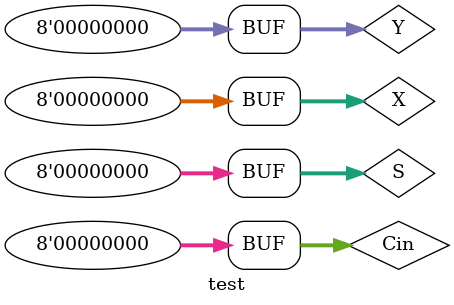
<source format=v>
module carry_lookahead(X,Y,Cin,S,Cout);
input [7:0]X;
input [7:0]Y;
input [7:0]Cin;
output [7:0]S;
output [7:0]Cout;

wire [7:0]g;
wire [7:0]q;

assign g=X&Y;
assign p=x^Y;

assign Cout[0]=Cin;
assign Cout[1]=g[0]|(p[0]&Cout[0]);
assign Cout[2]=g[1]|(p[1]&g[0])|(p[1]&p[0]&Cout[0]);
assign Cout[3]=g[2]|(p[2]&g[1])|(p[2]&p[1]&g[0])|(p[2]&p[1]&p[0]&Cout[0]);
assign Cout[4]=g[3]|(p[3]&g[2])|(p[3]&p[2]&g[1])|(p[3]&p[2]&p[1]&g[0])|(p[3]&p[2]&p[1]&p[0]&Cout[0]);
assign Cout[5]=g[4]|(p[4]&g[3])|(p[4]&p[3]&g[2])|(p[4]&p[3]&p[2]&g[1])|(p[4]&p[3]&p[2]&p[1]&g[0])|(p[4]&p[3]&p[2]&p[1]&p[0]&Cout[0]);
assign Cout[6]=g[5]|(p[5]&g[4])|(p[5]&p[4]&g[3])|(p[5]&p[4]&p[3]&g[2])|(p[5]&p[4]&p[3]&p[2]&g[1])|(p[5]&p[4]&p[3]&p[2]&p[1]&g[0])|(p[5]&p[4]&p[3]&p[2]&p[1]&p[0]&Cout[0]);
assign Cout[7]=g[6]|(p[6]&g[5])|(p[6]&p[5]&g[4])|(p[6]&p[5]&p[4]&g[3])|(p[6]&p[5]&p[4]&p[3]&g[2])|(p[6]&p[5]&p[4]&p[3]&p[2]&g[1])|(p[6]&p[5]&p[4]&p[3]&p[2]&p[1]&g[0])|(p[6]&p[5]&p[4]&p[3]&p[2]&p[1]&p[0]&Cout[0]);
endmodule

//test module
module test;

carry_lookahead DHU(X,Y,Cin,S,Cout);

reg [7:0]X;
reg [7:0]Y;
reg [7:0]Cin;
reg [7:0]S;
reg [7:0]Cout;

wire [7:0]g;
wire [7:0]q;

initial 
begin
	X=0;
	Y=0;
	Cin=0;
	S=0;
end



endmodule

</source>
